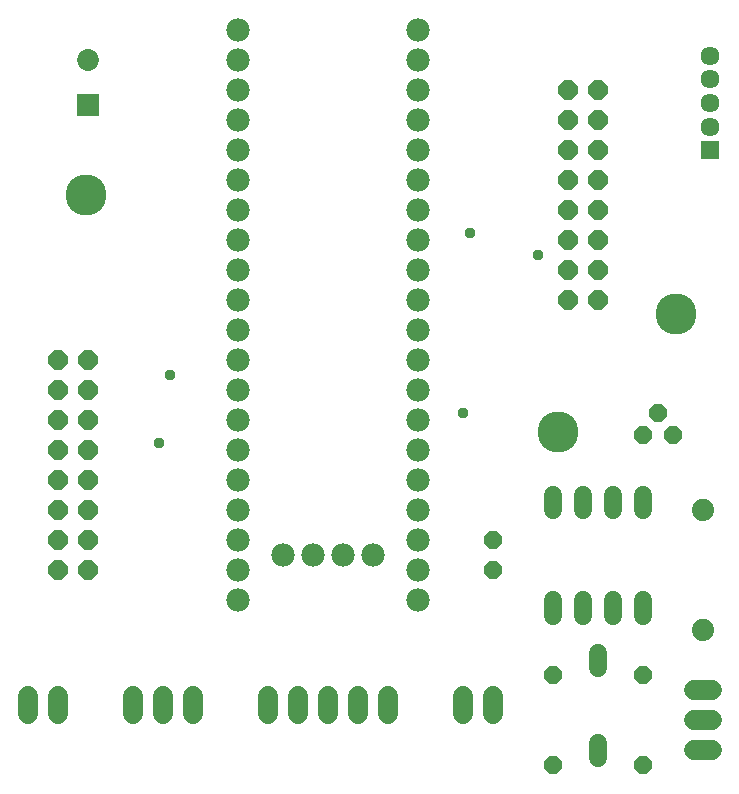
<source format=gts>
G04 EAGLE Gerber RS-274X export*
G75*
%MOMM*%
%FSLAX34Y34*%
%LPD*%
%INTop Solder Mask*%
%IPPOS*%
%AMOC8*
5,1,8,0,0,1.08239X$1,22.5*%
G01*
%ADD10C,3.479800*%
%ADD11P,1.649562X8X112.500000*%
%ADD12C,1.524000*%
%ADD13C,1.879600*%
%ADD14R,1.853200X1.853200*%
%ADD15C,1.853200*%
%ADD16C,1.727200*%
%ADD17P,1.649562X8X292.500000*%
%ADD18P,1.649562X8X22.500000*%
%ADD19C,1.981200*%
%ADD20P,1.759533X8X112.500000*%
%ADD21P,1.759533X8X292.500000*%
%ADD22R,1.611200X1.611200*%
%ADD23C,1.611200*%
%ADD24C,0.959600*%


D10*
X100000Y800000D03*
X500000Y600000D03*
X600000Y700000D03*
D11*
X444500Y482600D03*
X444500Y508000D03*
D12*
X533400Y336804D02*
X533400Y323596D01*
X533400Y399796D02*
X533400Y413004D01*
D13*
X622300Y533400D03*
X622300Y431800D03*
D14*
X101600Y876300D03*
D15*
X101600Y914400D03*
D16*
X614680Y330200D02*
X629920Y330200D01*
X629920Y355600D02*
X614680Y355600D01*
X614680Y381000D02*
X629920Y381000D01*
D12*
X495300Y443992D02*
X495300Y457200D01*
X520700Y457200D02*
X520700Y443992D01*
X520700Y533400D02*
X520700Y546608D01*
X495300Y546608D02*
X495300Y533400D01*
X546100Y457200D02*
X546100Y443992D01*
X571500Y443992D02*
X571500Y457200D01*
X546100Y533400D02*
X546100Y546608D01*
X571500Y546608D02*
X571500Y533400D01*
D11*
X495300Y317500D03*
X495300Y393700D03*
D17*
X571500Y393700D03*
X571500Y317500D03*
D18*
X596900Y596900D03*
X584200Y615950D03*
X571500Y596900D03*
D19*
X228600Y457200D03*
X228600Y482600D03*
X228600Y508000D03*
X228600Y533400D03*
X228600Y558800D03*
X228600Y584200D03*
X228600Y609600D03*
X228600Y635000D03*
X228600Y660400D03*
X228600Y685800D03*
X228600Y711200D03*
X228600Y736600D03*
X228600Y762000D03*
X228600Y787400D03*
X228600Y812800D03*
X228600Y838200D03*
X228600Y863600D03*
X228600Y889000D03*
X228600Y914400D03*
X228600Y939800D03*
X381000Y457200D03*
X381000Y482600D03*
X381000Y508000D03*
X381000Y533400D03*
X381000Y558800D03*
X381000Y584200D03*
X381000Y609600D03*
X381000Y635000D03*
X381000Y660400D03*
X381000Y685800D03*
X381000Y711200D03*
X381000Y736600D03*
X381000Y762000D03*
X381000Y787400D03*
X381000Y812800D03*
X381000Y838200D03*
X381000Y863600D03*
X381000Y889000D03*
X381000Y914400D03*
X381000Y939800D03*
X342900Y495300D03*
X317500Y495300D03*
X292100Y495300D03*
X266700Y495300D03*
D20*
X533400Y711200D03*
X508000Y711200D03*
X533400Y736600D03*
X508000Y736600D03*
X533400Y762000D03*
X508000Y762000D03*
X533400Y787400D03*
X508000Y787400D03*
X533400Y812800D03*
X508000Y812800D03*
X533400Y838200D03*
X508000Y838200D03*
X533400Y863600D03*
X508000Y863600D03*
X533400Y889000D03*
X508000Y889000D03*
D21*
X76200Y660400D03*
X101600Y660400D03*
X76200Y635000D03*
X101600Y635000D03*
X76200Y609600D03*
X101600Y609600D03*
X76200Y584200D03*
X101600Y584200D03*
X76200Y558800D03*
X101600Y558800D03*
X76200Y533400D03*
X101600Y533400D03*
X76200Y508000D03*
X101600Y508000D03*
X76200Y482600D03*
X101600Y482600D03*
D16*
X139700Y375920D02*
X139700Y360680D01*
X165100Y360680D02*
X165100Y375920D01*
X190500Y375920D02*
X190500Y360680D01*
X50800Y360680D02*
X50800Y375920D01*
X76200Y375920D02*
X76200Y360680D01*
X419100Y360680D02*
X419100Y375920D01*
X444500Y375920D02*
X444500Y360680D01*
X304800Y360680D02*
X304800Y375920D01*
X330200Y375920D02*
X330200Y360680D01*
X355600Y360680D02*
X355600Y375920D01*
X279400Y375920D02*
X279400Y360680D01*
X254000Y360680D02*
X254000Y375920D01*
D22*
X628650Y838200D03*
D23*
X628650Y858200D03*
X628650Y878200D03*
X628650Y898200D03*
X628650Y918200D03*
D24*
X425450Y768350D03*
X419100Y615950D03*
X482600Y749300D03*
X171450Y647700D03*
X161925Y590550D03*
M02*

</source>
